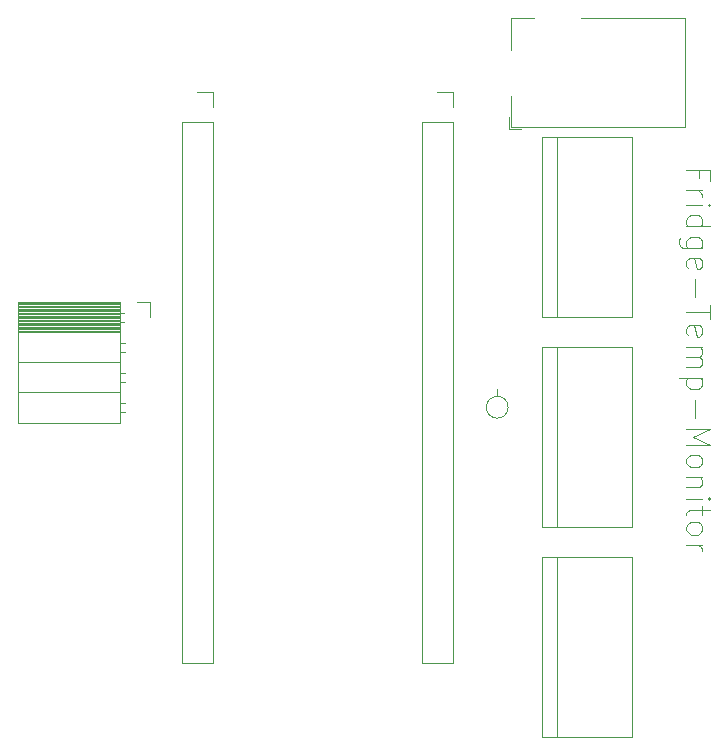
<source format=gbr>
%TF.GenerationSoftware,KiCad,Pcbnew,9.0.1*%
%TF.CreationDate,2025-05-10T14:37:29+02:00*%
%TF.ProjectId,fridge_temp_design,66726964-6765-45f7-9465-6d705f646573,rev?*%
%TF.SameCoordinates,Original*%
%TF.FileFunction,Legend,Top*%
%TF.FilePolarity,Positive*%
%FSLAX46Y46*%
G04 Gerber Fmt 4.6, Leading zero omitted, Abs format (unit mm)*
G04 Created by KiCad (PCBNEW 9.0.1) date 2025-05-10 14:37:29*
%MOMM*%
%LPD*%
G01*
G04 APERTURE LIST*
%ADD10C,0.100000*%
%ADD11C,0.120000*%
G04 APERTURE END LIST*
D10*
X177087580Y-72028646D02*
X177087580Y-71361979D01*
X176039961Y-71361979D02*
X178039961Y-71361979D01*
X178039961Y-71361979D02*
X178039961Y-72314360D01*
X176039961Y-73076265D02*
X177373295Y-73076265D01*
X176992342Y-73076265D02*
X177182819Y-73171503D01*
X177182819Y-73171503D02*
X177278057Y-73266741D01*
X177278057Y-73266741D02*
X177373295Y-73457217D01*
X177373295Y-73457217D02*
X177373295Y-73647694D01*
X176039961Y-74314360D02*
X177373295Y-74314360D01*
X178039961Y-74314360D02*
X177944723Y-74219122D01*
X177944723Y-74219122D02*
X177849485Y-74314360D01*
X177849485Y-74314360D02*
X177944723Y-74409598D01*
X177944723Y-74409598D02*
X178039961Y-74314360D01*
X178039961Y-74314360D02*
X177849485Y-74314360D01*
X176039961Y-76123884D02*
X178039961Y-76123884D01*
X176135200Y-76123884D02*
X176039961Y-75933408D01*
X176039961Y-75933408D02*
X176039961Y-75552455D01*
X176039961Y-75552455D02*
X176135200Y-75361979D01*
X176135200Y-75361979D02*
X176230438Y-75266741D01*
X176230438Y-75266741D02*
X176420914Y-75171503D01*
X176420914Y-75171503D02*
X176992342Y-75171503D01*
X176992342Y-75171503D02*
X177182819Y-75266741D01*
X177182819Y-75266741D02*
X177278057Y-75361979D01*
X177278057Y-75361979D02*
X177373295Y-75552455D01*
X177373295Y-75552455D02*
X177373295Y-75933408D01*
X177373295Y-75933408D02*
X177278057Y-76123884D01*
X177373295Y-77933408D02*
X175754247Y-77933408D01*
X175754247Y-77933408D02*
X175563771Y-77838170D01*
X175563771Y-77838170D02*
X175468533Y-77742932D01*
X175468533Y-77742932D02*
X175373295Y-77552455D01*
X175373295Y-77552455D02*
X175373295Y-77266741D01*
X175373295Y-77266741D02*
X175468533Y-77076265D01*
X176135200Y-77933408D02*
X176039961Y-77742932D01*
X176039961Y-77742932D02*
X176039961Y-77361979D01*
X176039961Y-77361979D02*
X176135200Y-77171503D01*
X176135200Y-77171503D02*
X176230438Y-77076265D01*
X176230438Y-77076265D02*
X176420914Y-76981027D01*
X176420914Y-76981027D02*
X176992342Y-76981027D01*
X176992342Y-76981027D02*
X177182819Y-77076265D01*
X177182819Y-77076265D02*
X177278057Y-77171503D01*
X177278057Y-77171503D02*
X177373295Y-77361979D01*
X177373295Y-77361979D02*
X177373295Y-77742932D01*
X177373295Y-77742932D02*
X177278057Y-77933408D01*
X176135200Y-79647694D02*
X176039961Y-79457218D01*
X176039961Y-79457218D02*
X176039961Y-79076265D01*
X176039961Y-79076265D02*
X176135200Y-78885789D01*
X176135200Y-78885789D02*
X176325676Y-78790551D01*
X176325676Y-78790551D02*
X177087580Y-78790551D01*
X177087580Y-78790551D02*
X177278057Y-78885789D01*
X177278057Y-78885789D02*
X177373295Y-79076265D01*
X177373295Y-79076265D02*
X177373295Y-79457218D01*
X177373295Y-79457218D02*
X177278057Y-79647694D01*
X177278057Y-79647694D02*
X177087580Y-79742932D01*
X177087580Y-79742932D02*
X176897104Y-79742932D01*
X176897104Y-79742932D02*
X176706628Y-78790551D01*
X176801866Y-80600075D02*
X176801866Y-82123885D01*
X178039961Y-82790551D02*
X178039961Y-83933408D01*
X176039961Y-83361979D02*
X178039961Y-83361979D01*
X176135200Y-85361980D02*
X176039961Y-85171504D01*
X176039961Y-85171504D02*
X176039961Y-84790551D01*
X176039961Y-84790551D02*
X176135200Y-84600075D01*
X176135200Y-84600075D02*
X176325676Y-84504837D01*
X176325676Y-84504837D02*
X177087580Y-84504837D01*
X177087580Y-84504837D02*
X177278057Y-84600075D01*
X177278057Y-84600075D02*
X177373295Y-84790551D01*
X177373295Y-84790551D02*
X177373295Y-85171504D01*
X177373295Y-85171504D02*
X177278057Y-85361980D01*
X177278057Y-85361980D02*
X177087580Y-85457218D01*
X177087580Y-85457218D02*
X176897104Y-85457218D01*
X176897104Y-85457218D02*
X176706628Y-84504837D01*
X176039961Y-86314361D02*
X177373295Y-86314361D01*
X177182819Y-86314361D02*
X177278057Y-86409599D01*
X177278057Y-86409599D02*
X177373295Y-86600075D01*
X177373295Y-86600075D02*
X177373295Y-86885790D01*
X177373295Y-86885790D02*
X177278057Y-87076266D01*
X177278057Y-87076266D02*
X177087580Y-87171504D01*
X177087580Y-87171504D02*
X176039961Y-87171504D01*
X177087580Y-87171504D02*
X177278057Y-87266742D01*
X177278057Y-87266742D02*
X177373295Y-87457218D01*
X177373295Y-87457218D02*
X177373295Y-87742932D01*
X177373295Y-87742932D02*
X177278057Y-87933409D01*
X177278057Y-87933409D02*
X177087580Y-88028647D01*
X177087580Y-88028647D02*
X176039961Y-88028647D01*
X177373295Y-88981028D02*
X175373295Y-88981028D01*
X177278057Y-88981028D02*
X177373295Y-89171504D01*
X177373295Y-89171504D02*
X177373295Y-89552457D01*
X177373295Y-89552457D02*
X177278057Y-89742933D01*
X177278057Y-89742933D02*
X177182819Y-89838171D01*
X177182819Y-89838171D02*
X176992342Y-89933409D01*
X176992342Y-89933409D02*
X176420914Y-89933409D01*
X176420914Y-89933409D02*
X176230438Y-89838171D01*
X176230438Y-89838171D02*
X176135200Y-89742933D01*
X176135200Y-89742933D02*
X176039961Y-89552457D01*
X176039961Y-89552457D02*
X176039961Y-89171504D01*
X176039961Y-89171504D02*
X176135200Y-88981028D01*
X176801866Y-90790552D02*
X176801866Y-92314362D01*
X176039961Y-93266742D02*
X178039961Y-93266742D01*
X178039961Y-93266742D02*
X176611390Y-93933409D01*
X176611390Y-93933409D02*
X178039961Y-94600075D01*
X178039961Y-94600075D02*
X176039961Y-94600075D01*
X176039961Y-95838170D02*
X176135200Y-95647694D01*
X176135200Y-95647694D02*
X176230438Y-95552456D01*
X176230438Y-95552456D02*
X176420914Y-95457218D01*
X176420914Y-95457218D02*
X176992342Y-95457218D01*
X176992342Y-95457218D02*
X177182819Y-95552456D01*
X177182819Y-95552456D02*
X177278057Y-95647694D01*
X177278057Y-95647694D02*
X177373295Y-95838170D01*
X177373295Y-95838170D02*
X177373295Y-96123885D01*
X177373295Y-96123885D02*
X177278057Y-96314361D01*
X177278057Y-96314361D02*
X177182819Y-96409599D01*
X177182819Y-96409599D02*
X176992342Y-96504837D01*
X176992342Y-96504837D02*
X176420914Y-96504837D01*
X176420914Y-96504837D02*
X176230438Y-96409599D01*
X176230438Y-96409599D02*
X176135200Y-96314361D01*
X176135200Y-96314361D02*
X176039961Y-96123885D01*
X176039961Y-96123885D02*
X176039961Y-95838170D01*
X177373295Y-97361980D02*
X176039961Y-97361980D01*
X177182819Y-97361980D02*
X177278057Y-97457218D01*
X177278057Y-97457218D02*
X177373295Y-97647694D01*
X177373295Y-97647694D02*
X177373295Y-97933409D01*
X177373295Y-97933409D02*
X177278057Y-98123885D01*
X177278057Y-98123885D02*
X177087580Y-98219123D01*
X177087580Y-98219123D02*
X176039961Y-98219123D01*
X176039961Y-99171504D02*
X177373295Y-99171504D01*
X178039961Y-99171504D02*
X177944723Y-99076266D01*
X177944723Y-99076266D02*
X177849485Y-99171504D01*
X177849485Y-99171504D02*
X177944723Y-99266742D01*
X177944723Y-99266742D02*
X178039961Y-99171504D01*
X178039961Y-99171504D02*
X177849485Y-99171504D01*
X177373295Y-99838171D02*
X177373295Y-100600075D01*
X178039961Y-100123885D02*
X176325676Y-100123885D01*
X176325676Y-100123885D02*
X176135200Y-100219123D01*
X176135200Y-100219123D02*
X176039961Y-100409599D01*
X176039961Y-100409599D02*
X176039961Y-100600075D01*
X176039961Y-101552456D02*
X176135200Y-101361980D01*
X176135200Y-101361980D02*
X176230438Y-101266742D01*
X176230438Y-101266742D02*
X176420914Y-101171504D01*
X176420914Y-101171504D02*
X176992342Y-101171504D01*
X176992342Y-101171504D02*
X177182819Y-101266742D01*
X177182819Y-101266742D02*
X177278057Y-101361980D01*
X177278057Y-101361980D02*
X177373295Y-101552456D01*
X177373295Y-101552456D02*
X177373295Y-101838171D01*
X177373295Y-101838171D02*
X177278057Y-102028647D01*
X177278057Y-102028647D02*
X177182819Y-102123885D01*
X177182819Y-102123885D02*
X176992342Y-102219123D01*
X176992342Y-102219123D02*
X176420914Y-102219123D01*
X176420914Y-102219123D02*
X176230438Y-102123885D01*
X176230438Y-102123885D02*
X176135200Y-102028647D01*
X176135200Y-102028647D02*
X176039961Y-101838171D01*
X176039961Y-101838171D02*
X176039961Y-101552456D01*
X176039961Y-103076266D02*
X177373295Y-103076266D01*
X176992342Y-103076266D02*
X177182819Y-103171504D01*
X177182819Y-103171504D02*
X177278057Y-103266742D01*
X177278057Y-103266742D02*
X177373295Y-103457218D01*
X177373295Y-103457218D02*
X177373295Y-103647695D01*
D11*
%TO.C,J7*%
X130650000Y-82490000D02*
X130650000Y-83820000D01*
X129540000Y-82490000D02*
X130650000Y-82490000D01*
X128080000Y-91800000D02*
X128490000Y-91800000D01*
X128080000Y-91080000D02*
X128490000Y-91080000D01*
X128080000Y-89260000D02*
X128490000Y-89260000D01*
X128080000Y-88540000D02*
X128490000Y-88540000D01*
X128080000Y-86720000D02*
X128490000Y-86720000D01*
X128080000Y-86000000D02*
X128490000Y-86000000D01*
X128080000Y-84180000D02*
X128430000Y-84180000D01*
X128080000Y-83460000D02*
X128430000Y-83460000D01*
X128080000Y-82490000D02*
X128080000Y-92770000D01*
X119450000Y-92770000D02*
X128080000Y-92770000D01*
X119450000Y-90170000D02*
X128080000Y-90170000D01*
X119450000Y-87630000D02*
X128080000Y-87630000D01*
X119450000Y-85090000D02*
X128080000Y-85090000D01*
X119450000Y-84971900D02*
X128080000Y-84971900D01*
X119450000Y-84853805D02*
X128080000Y-84853805D01*
X119450000Y-84735710D02*
X128080000Y-84735710D01*
X119450000Y-84617615D02*
X128080000Y-84617615D01*
X119450000Y-84499520D02*
X128080000Y-84499520D01*
X119450000Y-84381425D02*
X128080000Y-84381425D01*
X119450000Y-84263330D02*
X128080000Y-84263330D01*
X119450000Y-84145235D02*
X128080000Y-84145235D01*
X119450000Y-84027140D02*
X128080000Y-84027140D01*
X119450000Y-83909045D02*
X128080000Y-83909045D01*
X119450000Y-83790950D02*
X128080000Y-83790950D01*
X119450000Y-83672855D02*
X128080000Y-83672855D01*
X119450000Y-83554760D02*
X128080000Y-83554760D01*
X119450000Y-83436665D02*
X128080000Y-83436665D01*
X119450000Y-83318570D02*
X128080000Y-83318570D01*
X119450000Y-83200475D02*
X128080000Y-83200475D01*
X119450000Y-83082380D02*
X128080000Y-83082380D01*
X119450000Y-82964285D02*
X128080000Y-82964285D01*
X119450000Y-82846190D02*
X128080000Y-82846190D01*
X119450000Y-82728095D02*
X128080000Y-82728095D01*
X119450000Y-82610000D02*
X128080000Y-82610000D01*
X119450000Y-82490000D02*
X128080000Y-82490000D01*
X119450000Y-82490000D02*
X119450000Y-92770000D01*
%TO.C,R1*%
X160940000Y-91440000D02*
G75*
G02*
X159100000Y-91440000I-920000J0D01*
G01*
X159100000Y-91440000D02*
G75*
G02*
X160940000Y-91440000I920000J0D01*
G01*
X160020000Y-90520000D02*
X160020000Y-89900000D01*
%TO.C,J4*%
X163830000Y-86360000D02*
X163830000Y-101600000D01*
X163830000Y-86360000D02*
X171450000Y-86360000D01*
X163830000Y-101600000D02*
X171450000Y-101600000D01*
X165100000Y-86360000D02*
X165100000Y-101600000D01*
X171450000Y-86360000D02*
X171450000Y-101600000D01*
%TO.C,J5*%
X163830000Y-104140000D02*
X163830000Y-119380000D01*
X163830000Y-104140000D02*
X171450000Y-104140000D01*
X163830000Y-119380000D02*
X171450000Y-119380000D01*
X165100000Y-104140000D02*
X165100000Y-119380000D01*
X171450000Y-104140000D02*
X171450000Y-119380000D01*
%TO.C,J3*%
X163830000Y-68580000D02*
X163830000Y-83820000D01*
X163830000Y-68580000D02*
X171450000Y-68580000D01*
X163830000Y-83820000D02*
X171450000Y-83820000D01*
X165100000Y-68580000D02*
X165100000Y-83820000D01*
X171450000Y-68580000D02*
X171450000Y-83820000D01*
%TO.C,J2*%
X133290000Y-67310000D02*
X133290000Y-113090000D01*
X133290000Y-67310000D02*
X135950000Y-67310000D01*
X133290000Y-113090000D02*
X135950000Y-113090000D01*
X134620000Y-64710000D02*
X135950000Y-64710000D01*
X135950000Y-64710000D02*
X135950000Y-66040000D01*
X135950000Y-67310000D02*
X135950000Y-113090000D01*
%TO.C,J1*%
X153610000Y-67310000D02*
X153610000Y-113090000D01*
X153610000Y-67310000D02*
X156270000Y-67310000D01*
X153610000Y-113090000D02*
X156270000Y-113090000D01*
X154940000Y-64710000D02*
X156270000Y-64710000D01*
X156270000Y-64710000D02*
X156270000Y-66040000D01*
X156270000Y-67310000D02*
X156270000Y-113090000D01*
%TO.C,J6*%
X161000000Y-66870000D02*
X161000000Y-67920000D01*
X161200000Y-58520000D02*
X163100000Y-58520000D01*
X161200000Y-61220000D02*
X161200000Y-58520000D01*
X161200000Y-67720000D02*
X161200000Y-65120000D01*
X162050000Y-67920000D02*
X161000000Y-67920000D01*
X167100000Y-58520000D02*
X175900000Y-58520000D01*
X175900000Y-58520000D02*
X175900000Y-67720000D01*
X175900000Y-67720000D02*
X161200000Y-67720000D01*
%TD*%
M02*

</source>
